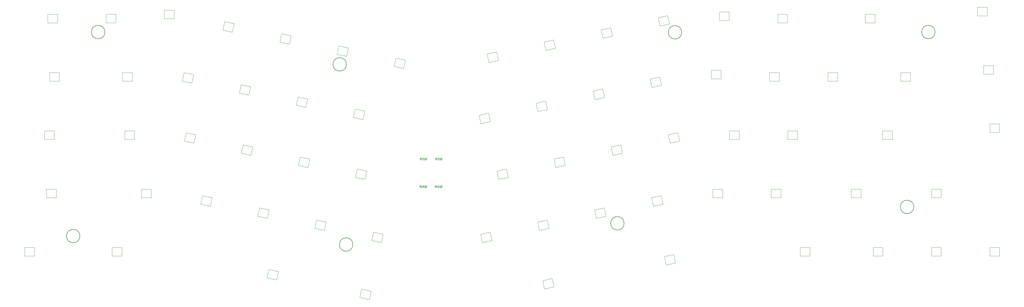
<source format=gbr>
%TF.GenerationSoftware,KiCad,Pcbnew,(6.0.9)*%
%TF.CreationDate,2023-01-04T06:44:43+09:00*%
%TF.ProjectId,Skeleton68rev2,536b656c-6574-46f6-9e36-38726576322e,rev?*%
%TF.SameCoordinates,Original*%
%TF.FileFunction,Other,Comment*%
%FSLAX46Y46*%
G04 Gerber Fmt 4.6, Leading zero omitted, Abs format (unit mm)*
G04 Created by KiCad (PCBNEW (6.0.9)) date 2023-01-04 06:44:43*
%MOMM*%
%LPD*%
G01*
G04 APERTURE LIST*
%ADD10C,0.030000*%
%ADD11C,0.150000*%
%ADD12C,0.120000*%
G04 APERTURE END LIST*
D10*
%TO.C,TS1*%
X165819047Y-86900476D02*
X165819047Y-86700476D01*
X165933333Y-86900476D01*
X165933333Y-86700476D01*
X166057142Y-86900476D02*
X166038095Y-86890952D01*
X166028571Y-86881428D01*
X166019047Y-86862380D01*
X166019047Y-86805238D01*
X166028571Y-86786190D01*
X166038095Y-86776666D01*
X166057142Y-86767142D01*
X166085714Y-86767142D01*
X166104761Y-86776666D01*
X166114285Y-86786190D01*
X166123809Y-86805238D01*
X166123809Y-86862380D01*
X166114285Y-86881428D01*
X166104761Y-86890952D01*
X166085714Y-86900476D01*
X166057142Y-86900476D01*
X166428571Y-86795714D02*
X166361904Y-86795714D01*
X166361904Y-86900476D02*
X166361904Y-86700476D01*
X166457142Y-86700476D01*
X166533333Y-86881428D02*
X166542857Y-86890952D01*
X166533333Y-86900476D01*
X166523809Y-86890952D01*
X166533333Y-86881428D01*
X166533333Y-86900476D01*
X166742857Y-86881428D02*
X166733333Y-86890952D01*
X166704761Y-86900476D01*
X166685714Y-86900476D01*
X166657142Y-86890952D01*
X166638095Y-86871904D01*
X166628571Y-86852857D01*
X166619047Y-86814761D01*
X166619047Y-86786190D01*
X166628571Y-86748095D01*
X166638095Y-86729047D01*
X166657142Y-86710000D01*
X166685714Y-86700476D01*
X166704761Y-86700476D01*
X166733333Y-86710000D01*
X166742857Y-86719523D01*
X166914285Y-86767142D02*
X166914285Y-86900476D01*
X166828571Y-86767142D02*
X166828571Y-86871904D01*
X166838095Y-86890952D01*
X166857142Y-86900476D01*
X166885714Y-86900476D01*
X166904761Y-86890952D01*
X166914285Y-86881428D01*
X167133333Y-86767142D02*
X167209523Y-86767142D01*
X167161904Y-86700476D02*
X167161904Y-86871904D01*
X167171428Y-86890952D01*
X167190476Y-86900476D01*
X167209523Y-86900476D01*
X167276190Y-86900476D02*
X167276190Y-86767142D01*
X167276190Y-86805238D02*
X167285714Y-86786190D01*
X167295238Y-86776666D01*
X167314285Y-86767142D01*
X167333333Y-86767142D01*
X167485714Y-86900476D02*
X167485714Y-86795714D01*
X167476190Y-86776666D01*
X167457142Y-86767142D01*
X167419047Y-86767142D01*
X167400000Y-86776666D01*
X167485714Y-86890952D02*
X167466666Y-86900476D01*
X167419047Y-86900476D01*
X167400000Y-86890952D01*
X167390476Y-86871904D01*
X167390476Y-86852857D01*
X167400000Y-86833809D01*
X167419047Y-86824285D01*
X167466666Y-86824285D01*
X167485714Y-86814761D01*
X167666666Y-86890952D02*
X167647619Y-86900476D01*
X167609523Y-86900476D01*
X167590476Y-86890952D01*
X167580952Y-86881428D01*
X167571428Y-86862380D01*
X167571428Y-86805238D01*
X167580952Y-86786190D01*
X167590476Y-86776666D01*
X167609523Y-86767142D01*
X167647619Y-86767142D01*
X167666666Y-86776666D01*
X167752380Y-86900476D02*
X167752380Y-86700476D01*
X167771428Y-86824285D02*
X167828571Y-86900476D01*
X167828571Y-86767142D02*
X167752380Y-86843333D01*
X167904761Y-86890952D02*
X167923809Y-86900476D01*
X167961904Y-86900476D01*
X167980952Y-86890952D01*
X167990476Y-86871904D01*
X167990476Y-86862380D01*
X167980952Y-86843333D01*
X167961904Y-86833809D01*
X167933333Y-86833809D01*
X167914285Y-86824285D01*
X167904761Y-86805238D01*
X167904761Y-86795714D01*
X167914285Y-86776666D01*
X167933333Y-86767142D01*
X167961904Y-86767142D01*
X167980952Y-86776666D01*
X160685714Y-86500476D02*
X160685714Y-86300476D01*
X160800000Y-86500476D02*
X160714285Y-86386190D01*
X160800000Y-86300476D02*
X160685714Y-86414761D01*
X160885714Y-86395714D02*
X160952380Y-86395714D01*
X160980952Y-86500476D02*
X160885714Y-86500476D01*
X160885714Y-86300476D01*
X160980952Y-86300476D01*
X161066666Y-86395714D02*
X161133333Y-86395714D01*
X161161904Y-86500476D02*
X161066666Y-86500476D01*
X161066666Y-86300476D01*
X161161904Y-86300476D01*
X161247619Y-86500476D02*
X161247619Y-86300476D01*
X161323809Y-86300476D01*
X161342857Y-86310000D01*
X161352380Y-86319523D01*
X161361904Y-86338571D01*
X161361904Y-86367142D01*
X161352380Y-86386190D01*
X161342857Y-86395714D01*
X161323809Y-86405238D01*
X161247619Y-86405238D01*
X161447619Y-86424285D02*
X161600000Y-86424285D01*
X161733333Y-86300476D02*
X161771428Y-86300476D01*
X161790476Y-86310000D01*
X161809523Y-86329047D01*
X161819047Y-86367142D01*
X161819047Y-86433809D01*
X161809523Y-86471904D01*
X161790476Y-86490952D01*
X161771428Y-86500476D01*
X161733333Y-86500476D01*
X161714285Y-86490952D01*
X161695238Y-86471904D01*
X161685714Y-86433809D01*
X161685714Y-86367142D01*
X161695238Y-86329047D01*
X161714285Y-86310000D01*
X161733333Y-86300476D01*
X161904761Y-86300476D02*
X161904761Y-86462380D01*
X161914285Y-86481428D01*
X161923809Y-86490952D01*
X161942857Y-86500476D01*
X161980952Y-86500476D01*
X162000000Y-86490952D01*
X162009523Y-86481428D01*
X162019047Y-86462380D01*
X162019047Y-86300476D01*
X162085714Y-86300476D02*
X162200000Y-86300476D01*
X162142857Y-86500476D02*
X162142857Y-86300476D01*
X162400000Y-86300476D02*
X162533333Y-86300476D01*
X162400000Y-86500476D01*
X162533333Y-86500476D01*
X162647619Y-86300476D02*
X162685714Y-86300476D01*
X162704761Y-86310000D01*
X162723809Y-86329047D01*
X162733333Y-86367142D01*
X162733333Y-86433809D01*
X162723809Y-86471904D01*
X162704761Y-86490952D01*
X162685714Y-86500476D01*
X162647619Y-86500476D01*
X162628571Y-86490952D01*
X162609523Y-86471904D01*
X162600000Y-86433809D01*
X162600000Y-86367142D01*
X162609523Y-86329047D01*
X162628571Y-86310000D01*
X162647619Y-86300476D01*
X162819047Y-86500476D02*
X162819047Y-86300476D01*
X162933333Y-86500476D01*
X162933333Y-86300476D01*
X163028571Y-86395714D02*
X163095238Y-86395714D01*
X163123809Y-86500476D02*
X163028571Y-86500476D01*
X163028571Y-86300476D01*
X163123809Y-86300476D01*
X165685714Y-86500476D02*
X165685714Y-86300476D01*
X165800000Y-86500476D02*
X165714285Y-86386190D01*
X165800000Y-86300476D02*
X165685714Y-86414761D01*
X165885714Y-86395714D02*
X165952380Y-86395714D01*
X165980952Y-86500476D02*
X165885714Y-86500476D01*
X165885714Y-86300476D01*
X165980952Y-86300476D01*
X166066666Y-86395714D02*
X166133333Y-86395714D01*
X166161904Y-86500476D02*
X166066666Y-86500476D01*
X166066666Y-86300476D01*
X166161904Y-86300476D01*
X166247619Y-86500476D02*
X166247619Y-86300476D01*
X166323809Y-86300476D01*
X166342857Y-86310000D01*
X166352380Y-86319523D01*
X166361904Y-86338571D01*
X166361904Y-86367142D01*
X166352380Y-86386190D01*
X166342857Y-86395714D01*
X166323809Y-86405238D01*
X166247619Y-86405238D01*
X166447619Y-86424285D02*
X166600000Y-86424285D01*
X166733333Y-86300476D02*
X166771428Y-86300476D01*
X166790476Y-86310000D01*
X166809523Y-86329047D01*
X166819047Y-86367142D01*
X166819047Y-86433809D01*
X166809523Y-86471904D01*
X166790476Y-86490952D01*
X166771428Y-86500476D01*
X166733333Y-86500476D01*
X166714285Y-86490952D01*
X166695238Y-86471904D01*
X166685714Y-86433809D01*
X166685714Y-86367142D01*
X166695238Y-86329047D01*
X166714285Y-86310000D01*
X166733333Y-86300476D01*
X166904761Y-86300476D02*
X166904761Y-86462380D01*
X166914285Y-86481428D01*
X166923809Y-86490952D01*
X166942857Y-86500476D01*
X166980952Y-86500476D01*
X167000000Y-86490952D01*
X167009523Y-86481428D01*
X167019047Y-86462380D01*
X167019047Y-86300476D01*
X167085714Y-86300476D02*
X167200000Y-86300476D01*
X167142857Y-86500476D02*
X167142857Y-86300476D01*
X167400000Y-86300476D02*
X167533333Y-86300476D01*
X167400000Y-86500476D01*
X167533333Y-86500476D01*
X167647619Y-86300476D02*
X167685714Y-86300476D01*
X167704761Y-86310000D01*
X167723809Y-86329047D01*
X167733333Y-86367142D01*
X167733333Y-86433809D01*
X167723809Y-86471904D01*
X167704761Y-86490952D01*
X167685714Y-86500476D01*
X167647619Y-86500476D01*
X167628571Y-86490952D01*
X167609523Y-86471904D01*
X167600000Y-86433809D01*
X167600000Y-86367142D01*
X167609523Y-86329047D01*
X167628571Y-86310000D01*
X167647619Y-86300476D01*
X167819047Y-86500476D02*
X167819047Y-86300476D01*
X167933333Y-86500476D01*
X167933333Y-86300476D01*
X168028571Y-86395714D02*
X168095238Y-86395714D01*
X168123809Y-86500476D02*
X168028571Y-86500476D01*
X168028571Y-86300476D01*
X168123809Y-86300476D01*
X160819047Y-86900476D02*
X160819047Y-86700476D01*
X160933333Y-86900476D01*
X160933333Y-86700476D01*
X161057142Y-86900476D02*
X161038095Y-86890952D01*
X161028571Y-86881428D01*
X161019047Y-86862380D01*
X161019047Y-86805238D01*
X161028571Y-86786190D01*
X161038095Y-86776666D01*
X161057142Y-86767142D01*
X161085714Y-86767142D01*
X161104761Y-86776666D01*
X161114285Y-86786190D01*
X161123809Y-86805238D01*
X161123809Y-86862380D01*
X161114285Y-86881428D01*
X161104761Y-86890952D01*
X161085714Y-86900476D01*
X161057142Y-86900476D01*
X161428571Y-86795714D02*
X161361904Y-86795714D01*
X161361904Y-86900476D02*
X161361904Y-86700476D01*
X161457142Y-86700476D01*
X161533333Y-86881428D02*
X161542857Y-86890952D01*
X161533333Y-86900476D01*
X161523809Y-86890952D01*
X161533333Y-86881428D01*
X161533333Y-86900476D01*
X161742857Y-86881428D02*
X161733333Y-86890952D01*
X161704761Y-86900476D01*
X161685714Y-86900476D01*
X161657142Y-86890952D01*
X161638095Y-86871904D01*
X161628571Y-86852857D01*
X161619047Y-86814761D01*
X161619047Y-86786190D01*
X161628571Y-86748095D01*
X161638095Y-86729047D01*
X161657142Y-86710000D01*
X161685714Y-86700476D01*
X161704761Y-86700476D01*
X161733333Y-86710000D01*
X161742857Y-86719523D01*
X161914285Y-86767142D02*
X161914285Y-86900476D01*
X161828571Y-86767142D02*
X161828571Y-86871904D01*
X161838095Y-86890952D01*
X161857142Y-86900476D01*
X161885714Y-86900476D01*
X161904761Y-86890952D01*
X161914285Y-86881428D01*
X162133333Y-86767142D02*
X162209523Y-86767142D01*
X162161904Y-86700476D02*
X162161904Y-86871904D01*
X162171428Y-86890952D01*
X162190476Y-86900476D01*
X162209523Y-86900476D01*
X162276190Y-86900476D02*
X162276190Y-86767142D01*
X162276190Y-86805238D02*
X162285714Y-86786190D01*
X162295238Y-86776666D01*
X162314285Y-86767142D01*
X162333333Y-86767142D01*
X162485714Y-86900476D02*
X162485714Y-86795714D01*
X162476190Y-86776666D01*
X162457142Y-86767142D01*
X162419047Y-86767142D01*
X162400000Y-86776666D01*
X162485714Y-86890952D02*
X162466666Y-86900476D01*
X162419047Y-86900476D01*
X162400000Y-86890952D01*
X162390476Y-86871904D01*
X162390476Y-86852857D01*
X162400000Y-86833809D01*
X162419047Y-86824285D01*
X162466666Y-86824285D01*
X162485714Y-86814761D01*
X162666666Y-86890952D02*
X162647619Y-86900476D01*
X162609523Y-86900476D01*
X162590476Y-86890952D01*
X162580952Y-86881428D01*
X162571428Y-86862380D01*
X162571428Y-86805238D01*
X162580952Y-86786190D01*
X162590476Y-86776666D01*
X162609523Y-86767142D01*
X162647619Y-86767142D01*
X162666666Y-86776666D01*
X162752380Y-86900476D02*
X162752380Y-86700476D01*
X162771428Y-86824285D02*
X162828571Y-86900476D01*
X162828571Y-86767142D02*
X162752380Y-86843333D01*
X162904761Y-86890952D02*
X162923809Y-86900476D01*
X162961904Y-86900476D01*
X162980952Y-86890952D01*
X162990476Y-86871904D01*
X162990476Y-86862380D01*
X162980952Y-86843333D01*
X162961904Y-86833809D01*
X162933333Y-86833809D01*
X162914285Y-86824285D01*
X162904761Y-86805238D01*
X162904761Y-86795714D01*
X162914285Y-86776666D01*
X162933333Y-86767142D01*
X162961904Y-86767142D01*
X162980952Y-86776666D01*
%TO.C,TS2*%
X160685714Y-95587976D02*
X160685714Y-95387976D01*
X160800000Y-95587976D02*
X160714285Y-95473690D01*
X160800000Y-95387976D02*
X160685714Y-95502261D01*
X160885714Y-95483214D02*
X160952380Y-95483214D01*
X160980952Y-95587976D02*
X160885714Y-95587976D01*
X160885714Y-95387976D01*
X160980952Y-95387976D01*
X161066666Y-95483214D02*
X161133333Y-95483214D01*
X161161904Y-95587976D02*
X161066666Y-95587976D01*
X161066666Y-95387976D01*
X161161904Y-95387976D01*
X161247619Y-95587976D02*
X161247619Y-95387976D01*
X161323809Y-95387976D01*
X161342857Y-95397500D01*
X161352380Y-95407023D01*
X161361904Y-95426071D01*
X161361904Y-95454642D01*
X161352380Y-95473690D01*
X161342857Y-95483214D01*
X161323809Y-95492738D01*
X161247619Y-95492738D01*
X161447619Y-95511785D02*
X161600000Y-95511785D01*
X161733333Y-95387976D02*
X161771428Y-95387976D01*
X161790476Y-95397500D01*
X161809523Y-95416547D01*
X161819047Y-95454642D01*
X161819047Y-95521309D01*
X161809523Y-95559404D01*
X161790476Y-95578452D01*
X161771428Y-95587976D01*
X161733333Y-95587976D01*
X161714285Y-95578452D01*
X161695238Y-95559404D01*
X161685714Y-95521309D01*
X161685714Y-95454642D01*
X161695238Y-95416547D01*
X161714285Y-95397500D01*
X161733333Y-95387976D01*
X161904761Y-95387976D02*
X161904761Y-95549880D01*
X161914285Y-95568928D01*
X161923809Y-95578452D01*
X161942857Y-95587976D01*
X161980952Y-95587976D01*
X162000000Y-95578452D01*
X162009523Y-95568928D01*
X162019047Y-95549880D01*
X162019047Y-95387976D01*
X162085714Y-95387976D02*
X162200000Y-95387976D01*
X162142857Y-95587976D02*
X162142857Y-95387976D01*
X162400000Y-95387976D02*
X162533333Y-95387976D01*
X162400000Y-95587976D01*
X162533333Y-95587976D01*
X162647619Y-95387976D02*
X162685714Y-95387976D01*
X162704761Y-95397500D01*
X162723809Y-95416547D01*
X162733333Y-95454642D01*
X162733333Y-95521309D01*
X162723809Y-95559404D01*
X162704761Y-95578452D01*
X162685714Y-95587976D01*
X162647619Y-95587976D01*
X162628571Y-95578452D01*
X162609523Y-95559404D01*
X162600000Y-95521309D01*
X162600000Y-95454642D01*
X162609523Y-95416547D01*
X162628571Y-95397500D01*
X162647619Y-95387976D01*
X162819047Y-95587976D02*
X162819047Y-95387976D01*
X162933333Y-95587976D01*
X162933333Y-95387976D01*
X163028571Y-95483214D02*
X163095238Y-95483214D01*
X163123809Y-95587976D02*
X163028571Y-95587976D01*
X163028571Y-95387976D01*
X163123809Y-95387976D01*
X160819047Y-95987976D02*
X160819047Y-95787976D01*
X160933333Y-95987976D01*
X160933333Y-95787976D01*
X161057142Y-95987976D02*
X161038095Y-95978452D01*
X161028571Y-95968928D01*
X161019047Y-95949880D01*
X161019047Y-95892738D01*
X161028571Y-95873690D01*
X161038095Y-95864166D01*
X161057142Y-95854642D01*
X161085714Y-95854642D01*
X161104761Y-95864166D01*
X161114285Y-95873690D01*
X161123809Y-95892738D01*
X161123809Y-95949880D01*
X161114285Y-95968928D01*
X161104761Y-95978452D01*
X161085714Y-95987976D01*
X161057142Y-95987976D01*
X161428571Y-95883214D02*
X161361904Y-95883214D01*
X161361904Y-95987976D02*
X161361904Y-95787976D01*
X161457142Y-95787976D01*
X161533333Y-95968928D02*
X161542857Y-95978452D01*
X161533333Y-95987976D01*
X161523809Y-95978452D01*
X161533333Y-95968928D01*
X161533333Y-95987976D01*
X161742857Y-95968928D02*
X161733333Y-95978452D01*
X161704761Y-95987976D01*
X161685714Y-95987976D01*
X161657142Y-95978452D01*
X161638095Y-95959404D01*
X161628571Y-95940357D01*
X161619047Y-95902261D01*
X161619047Y-95873690D01*
X161628571Y-95835595D01*
X161638095Y-95816547D01*
X161657142Y-95797500D01*
X161685714Y-95787976D01*
X161704761Y-95787976D01*
X161733333Y-95797500D01*
X161742857Y-95807023D01*
X161914285Y-95854642D02*
X161914285Y-95987976D01*
X161828571Y-95854642D02*
X161828571Y-95959404D01*
X161838095Y-95978452D01*
X161857142Y-95987976D01*
X161885714Y-95987976D01*
X161904761Y-95978452D01*
X161914285Y-95968928D01*
X162133333Y-95854642D02*
X162209523Y-95854642D01*
X162161904Y-95787976D02*
X162161904Y-95959404D01*
X162171428Y-95978452D01*
X162190476Y-95987976D01*
X162209523Y-95987976D01*
X162276190Y-95987976D02*
X162276190Y-95854642D01*
X162276190Y-95892738D02*
X162285714Y-95873690D01*
X162295238Y-95864166D01*
X162314285Y-95854642D01*
X162333333Y-95854642D01*
X162485714Y-95987976D02*
X162485714Y-95883214D01*
X162476190Y-95864166D01*
X162457142Y-95854642D01*
X162419047Y-95854642D01*
X162400000Y-95864166D01*
X162485714Y-95978452D02*
X162466666Y-95987976D01*
X162419047Y-95987976D01*
X162400000Y-95978452D01*
X162390476Y-95959404D01*
X162390476Y-95940357D01*
X162400000Y-95921309D01*
X162419047Y-95911785D01*
X162466666Y-95911785D01*
X162485714Y-95902261D01*
X162666666Y-95978452D02*
X162647619Y-95987976D01*
X162609523Y-95987976D01*
X162590476Y-95978452D01*
X162580952Y-95968928D01*
X162571428Y-95949880D01*
X162571428Y-95892738D01*
X162580952Y-95873690D01*
X162590476Y-95864166D01*
X162609523Y-95854642D01*
X162647619Y-95854642D01*
X162666666Y-95864166D01*
X162752380Y-95987976D02*
X162752380Y-95787976D01*
X162771428Y-95911785D02*
X162828571Y-95987976D01*
X162828571Y-95854642D02*
X162752380Y-95930833D01*
X162904761Y-95978452D02*
X162923809Y-95987976D01*
X162961904Y-95987976D01*
X162980952Y-95978452D01*
X162990476Y-95959404D01*
X162990476Y-95949880D01*
X162980952Y-95930833D01*
X162961904Y-95921309D01*
X162933333Y-95921309D01*
X162914285Y-95911785D01*
X162904761Y-95892738D01*
X162904761Y-95883214D01*
X162914285Y-95864166D01*
X162933333Y-95854642D01*
X162961904Y-95854642D01*
X162980952Y-95864166D01*
X165819047Y-95987976D02*
X165819047Y-95787976D01*
X165933333Y-95987976D01*
X165933333Y-95787976D01*
X166057142Y-95987976D02*
X166038095Y-95978452D01*
X166028571Y-95968928D01*
X166019047Y-95949880D01*
X166019047Y-95892738D01*
X166028571Y-95873690D01*
X166038095Y-95864166D01*
X166057142Y-95854642D01*
X166085714Y-95854642D01*
X166104761Y-95864166D01*
X166114285Y-95873690D01*
X166123809Y-95892738D01*
X166123809Y-95949880D01*
X166114285Y-95968928D01*
X166104761Y-95978452D01*
X166085714Y-95987976D01*
X166057142Y-95987976D01*
X166428571Y-95883214D02*
X166361904Y-95883214D01*
X166361904Y-95987976D02*
X166361904Y-95787976D01*
X166457142Y-95787976D01*
X166533333Y-95968928D02*
X166542857Y-95978452D01*
X166533333Y-95987976D01*
X166523809Y-95978452D01*
X166533333Y-95968928D01*
X166533333Y-95987976D01*
X166742857Y-95968928D02*
X166733333Y-95978452D01*
X166704761Y-95987976D01*
X166685714Y-95987976D01*
X166657142Y-95978452D01*
X166638095Y-95959404D01*
X166628571Y-95940357D01*
X166619047Y-95902261D01*
X166619047Y-95873690D01*
X166628571Y-95835595D01*
X166638095Y-95816547D01*
X166657142Y-95797500D01*
X166685714Y-95787976D01*
X166704761Y-95787976D01*
X166733333Y-95797500D01*
X166742857Y-95807023D01*
X166914285Y-95854642D02*
X166914285Y-95987976D01*
X166828571Y-95854642D02*
X166828571Y-95959404D01*
X166838095Y-95978452D01*
X166857142Y-95987976D01*
X166885714Y-95987976D01*
X166904761Y-95978452D01*
X166914285Y-95968928D01*
X167133333Y-95854642D02*
X167209523Y-95854642D01*
X167161904Y-95787976D02*
X167161904Y-95959404D01*
X167171428Y-95978452D01*
X167190476Y-95987976D01*
X167209523Y-95987976D01*
X167276190Y-95987976D02*
X167276190Y-95854642D01*
X167276190Y-95892738D02*
X167285714Y-95873690D01*
X167295238Y-95864166D01*
X167314285Y-95854642D01*
X167333333Y-95854642D01*
X167485714Y-95987976D02*
X167485714Y-95883214D01*
X167476190Y-95864166D01*
X167457142Y-95854642D01*
X167419047Y-95854642D01*
X167400000Y-95864166D01*
X167485714Y-95978452D02*
X167466666Y-95987976D01*
X167419047Y-95987976D01*
X167400000Y-95978452D01*
X167390476Y-95959404D01*
X167390476Y-95940357D01*
X167400000Y-95921309D01*
X167419047Y-95911785D01*
X167466666Y-95911785D01*
X167485714Y-95902261D01*
X167666666Y-95978452D02*
X167647619Y-95987976D01*
X167609523Y-95987976D01*
X167590476Y-95978452D01*
X167580952Y-95968928D01*
X167571428Y-95949880D01*
X167571428Y-95892738D01*
X167580952Y-95873690D01*
X167590476Y-95864166D01*
X167609523Y-95854642D01*
X167647619Y-95854642D01*
X167666666Y-95864166D01*
X167752380Y-95987976D02*
X167752380Y-95787976D01*
X167771428Y-95911785D02*
X167828571Y-95987976D01*
X167828571Y-95854642D02*
X167752380Y-95930833D01*
X167904761Y-95978452D02*
X167923809Y-95987976D01*
X167961904Y-95987976D01*
X167980952Y-95978452D01*
X167990476Y-95959404D01*
X167990476Y-95949880D01*
X167980952Y-95930833D01*
X167961904Y-95921309D01*
X167933333Y-95921309D01*
X167914285Y-95911785D01*
X167904761Y-95892738D01*
X167904761Y-95883214D01*
X167914285Y-95864166D01*
X167933333Y-95854642D01*
X167961904Y-95854642D01*
X167980952Y-95864166D01*
X165685714Y-95587976D02*
X165685714Y-95387976D01*
X165800000Y-95587976D02*
X165714285Y-95473690D01*
X165800000Y-95387976D02*
X165685714Y-95502261D01*
X165885714Y-95483214D02*
X165952380Y-95483214D01*
X165980952Y-95587976D02*
X165885714Y-95587976D01*
X165885714Y-95387976D01*
X165980952Y-95387976D01*
X166066666Y-95483214D02*
X166133333Y-95483214D01*
X166161904Y-95587976D02*
X166066666Y-95587976D01*
X166066666Y-95387976D01*
X166161904Y-95387976D01*
X166247619Y-95587976D02*
X166247619Y-95387976D01*
X166323809Y-95387976D01*
X166342857Y-95397500D01*
X166352380Y-95407023D01*
X166361904Y-95426071D01*
X166361904Y-95454642D01*
X166352380Y-95473690D01*
X166342857Y-95483214D01*
X166323809Y-95492738D01*
X166247619Y-95492738D01*
X166447619Y-95511785D02*
X166600000Y-95511785D01*
X166733333Y-95387976D02*
X166771428Y-95387976D01*
X166790476Y-95397500D01*
X166809523Y-95416547D01*
X166819047Y-95454642D01*
X166819047Y-95521309D01*
X166809523Y-95559404D01*
X166790476Y-95578452D01*
X166771428Y-95587976D01*
X166733333Y-95587976D01*
X166714285Y-95578452D01*
X166695238Y-95559404D01*
X166685714Y-95521309D01*
X166685714Y-95454642D01*
X166695238Y-95416547D01*
X166714285Y-95397500D01*
X166733333Y-95387976D01*
X166904761Y-95387976D02*
X166904761Y-95549880D01*
X166914285Y-95568928D01*
X166923809Y-95578452D01*
X166942857Y-95587976D01*
X166980952Y-95587976D01*
X167000000Y-95578452D01*
X167009523Y-95568928D01*
X167019047Y-95549880D01*
X167019047Y-95387976D01*
X167085714Y-95387976D02*
X167200000Y-95387976D01*
X167142857Y-95587976D02*
X167142857Y-95387976D01*
X167400000Y-95387976D02*
X167533333Y-95387976D01*
X167400000Y-95587976D01*
X167533333Y-95587976D01*
X167647619Y-95387976D02*
X167685714Y-95387976D01*
X167704761Y-95397500D01*
X167723809Y-95416547D01*
X167733333Y-95454642D01*
X167733333Y-95521309D01*
X167723809Y-95559404D01*
X167704761Y-95578452D01*
X167685714Y-95587976D01*
X167647619Y-95587976D01*
X167628571Y-95578452D01*
X167609523Y-95559404D01*
X167600000Y-95521309D01*
X167600000Y-95454642D01*
X167609523Y-95416547D01*
X167628571Y-95397500D01*
X167647619Y-95387976D01*
X167819047Y-95587976D02*
X167819047Y-95387976D01*
X167933333Y-95587976D01*
X167933333Y-95387976D01*
X168028571Y-95483214D02*
X168095238Y-95483214D01*
X168123809Y-95587976D02*
X168028571Y-95587976D01*
X168028571Y-95387976D01*
X168123809Y-95387976D01*
D11*
%TO.C,H6*%
X227515600Y-107635100D02*
G75*
G03*
X227515600Y-107635100I-2200000J0D01*
G01*
%TO.C,H4*%
X138889200Y-114566400D02*
G75*
G03*
X138889200Y-114566400I-2200000J0D01*
G01*
%TO.C,H1*%
X57884200Y-45127000D02*
G75*
G03*
X57884200Y-45127000I-2200000J0D01*
G01*
%TO.C,H7*%
X329100900Y-45127000D02*
G75*
G03*
X329100900Y-45127000I-2200000J0D01*
G01*
%TO.C,H3*%
X136796100Y-55694700D02*
G75*
G03*
X136796100Y-55694700I-2200000J0D01*
G01*
%TO.C,H5*%
X246326800Y-45209900D02*
G75*
G03*
X246326800Y-45209900I-2200000J0D01*
G01*
%TO.C,H8*%
X322158700Y-102277000D02*
G75*
G03*
X322158700Y-102277000I-2200000J0D01*
G01*
%TO.C,H2*%
X49737100Y-111802000D02*
G75*
G03*
X49737100Y-111802000I-2200000J0D01*
G01*
D12*
%TO.C,LED30*%
X200874687Y-126330152D02*
X201456840Y-129068965D01*
X201456840Y-129068965D02*
X204586913Y-128403648D01*
X204004760Y-125664835D02*
X200874687Y-126330152D01*
X204586913Y-128403648D02*
X204004760Y-125664835D01*
%TO.C,LED15*%
X64306900Y-80182000D02*
X67506900Y-80182000D01*
X67506900Y-80182000D02*
X67506900Y-77382000D01*
X67506900Y-77382000D02*
X64306900Y-77382000D01*
X64306900Y-77382000D02*
X64306900Y-80182000D01*
%TO.C,LED43*%
X180609487Y-111162152D02*
X181191640Y-113900965D01*
X181191640Y-113900965D02*
X184321713Y-113235648D01*
X184321713Y-113235648D02*
X183739560Y-110496835D01*
X183739560Y-110496835D02*
X180609487Y-111162152D01*
%TO.C,LED25*%
X38793400Y-96432000D02*
X38793400Y-99232000D01*
X41993400Y-96432000D02*
X38793400Y-96432000D01*
X41993400Y-99232000D02*
X41993400Y-96432000D01*
X38793400Y-99232000D02*
X41993400Y-99232000D01*
%TO.C,LED12*%
X63609200Y-61132000D02*
X66809200Y-61132000D01*
X66809200Y-61132000D02*
X66809200Y-58332000D01*
X63609200Y-58332000D02*
X63609200Y-61132000D01*
X66809200Y-58332000D02*
X63609200Y-58332000D01*
%TO.C,LED64*%
X242316013Y-42481748D02*
X241733860Y-39742935D01*
X241733860Y-39742935D02*
X238603787Y-40408252D01*
X238603787Y-40408252D02*
X239185940Y-43147065D01*
X239185940Y-43147065D02*
X242316013Y-42481748D01*
%TO.C,LED7*%
X156010013Y-54270752D02*
X152879940Y-53605435D01*
X152297787Y-56344248D02*
X155427860Y-57009565D01*
X152879940Y-53605435D02*
X152297787Y-56344248D01*
X155427860Y-57009565D02*
X156010013Y-54270752D01*
%TO.C,LED9*%
X120968740Y-66298135D02*
X120386587Y-69036948D01*
X124098813Y-66963452D02*
X120968740Y-66298135D01*
X120386587Y-69036948D02*
X123516660Y-69702265D01*
X123516660Y-69702265D02*
X124098813Y-66963452D01*
%TO.C,LED36*%
X331083700Y-96432000D02*
X327883700Y-96432000D01*
X331083700Y-99232000D02*
X331083700Y-96432000D01*
X327883700Y-96432000D02*
X327883700Y-99232000D01*
X327883700Y-99232000D02*
X331083700Y-99232000D01*
%TO.C,LED40*%
X236510587Y-99279952D02*
X237092740Y-102018765D01*
X237092740Y-102018765D02*
X240222813Y-101353448D01*
X239640660Y-98614635D02*
X236510587Y-99279952D01*
X240222813Y-101353448D02*
X239640660Y-98614635D01*
%TO.C,LED37*%
X304890000Y-96432000D02*
X301690000Y-96432000D01*
X301690000Y-99232000D02*
X304890000Y-99232000D01*
X301690000Y-96432000D02*
X301690000Y-99232000D01*
X304890000Y-99232000D02*
X304890000Y-96432000D01*
%TO.C,LED13*%
X39796700Y-61132000D02*
X42996700Y-61132000D01*
X39796700Y-58332000D02*
X39796700Y-61132000D01*
X42996700Y-61132000D02*
X42996700Y-58332000D01*
X42996700Y-58332000D02*
X39796700Y-58332000D01*
%TO.C,LED58*%
X220486760Y-63734735D02*
X217356687Y-64400052D01*
X217938840Y-67138865D02*
X221068913Y-66473548D01*
X221068913Y-66473548D02*
X220486760Y-63734735D01*
X217356687Y-64400052D02*
X217938840Y-67138865D01*
%TO.C,LED34*%
X327883700Y-115482000D02*
X327883700Y-118282000D01*
X331083700Y-115482000D02*
X327883700Y-115482000D01*
X327883700Y-118282000D02*
X331083700Y-118282000D01*
X331083700Y-118282000D02*
X331083700Y-115482000D01*
%TO.C,LED24*%
X72949600Y-96432000D02*
X69749600Y-96432000D01*
X69749600Y-99232000D02*
X72949600Y-99232000D01*
X69749600Y-96432000D02*
X69749600Y-99232000D01*
X72949600Y-99232000D02*
X72949600Y-96432000D01*
%TO.C,LED31*%
X243725360Y-117831335D02*
X240595287Y-118496652D01*
X244307513Y-120570148D02*
X243725360Y-117831335D01*
X241177440Y-121235465D02*
X244307513Y-120570148D01*
X240595287Y-118496652D02*
X241177440Y-121235465D01*
%TO.C,LED53*%
X321038400Y-61132000D02*
X321038400Y-58332000D01*
X317838400Y-58332000D02*
X317838400Y-61132000D01*
X317838400Y-61132000D02*
X321038400Y-61132000D01*
X321038400Y-58332000D02*
X317838400Y-58332000D01*
%TO.C,LED42*%
X199243187Y-107201352D02*
X199825340Y-109940165D01*
X199825340Y-109940165D02*
X202955413Y-109274848D01*
X202955413Y-109274848D02*
X202373260Y-106536035D01*
X202373260Y-106536035D02*
X199243187Y-107201352D01*
%TO.C,LED65*%
X258625900Y-38541400D02*
X258625900Y-41341400D01*
X258625900Y-41341400D02*
X261825900Y-41341400D01*
X261825900Y-41341400D02*
X261825900Y-38541400D01*
X261825900Y-38541400D02*
X258625900Y-38541400D01*
%TO.C,LED49*%
X284138900Y-77382000D02*
X280938900Y-77382000D01*
X284138900Y-80182000D02*
X284138900Y-77382000D01*
X280938900Y-77382000D02*
X280938900Y-80182000D01*
X280938900Y-80182000D02*
X284138900Y-80182000D01*
%TO.C,LED18*%
X121666440Y-85922035D02*
X121084287Y-88660848D01*
X124214360Y-89326165D02*
X124796513Y-86587352D01*
X121084287Y-88660848D02*
X124214360Y-89326165D01*
X124796513Y-86587352D02*
X121666440Y-85922035D01*
%TO.C,LED2*%
X58257700Y-39282000D02*
X58257700Y-42082000D01*
X58257700Y-42082000D02*
X61457700Y-42082000D01*
X61457700Y-39282000D02*
X58257700Y-39282000D01*
X61457700Y-42082000D02*
X61457700Y-39282000D01*
%TO.C,LED1*%
X39207700Y-39282000D02*
X39207700Y-42082000D01*
X39207700Y-42082000D02*
X42407700Y-42082000D01*
X42407700Y-42082000D02*
X42407700Y-39282000D01*
X42407700Y-39282000D02*
X39207700Y-39282000D01*
%TO.C,LED66*%
X280875900Y-42082000D02*
X280875900Y-39282000D01*
X277675900Y-39282000D02*
X277675900Y-42082000D01*
X277675900Y-42082000D02*
X280875900Y-42082000D01*
X280875900Y-39282000D02*
X277675900Y-39282000D01*
%TO.C,LED63*%
X223682313Y-46442448D02*
X223100160Y-43703635D01*
X223100160Y-43703635D02*
X219970087Y-44368952D01*
X220552240Y-47107765D02*
X223682313Y-46442448D01*
X219970087Y-44368952D02*
X220552240Y-47107765D01*
%TO.C,LED56*%
X259125900Y-57591400D02*
X255925900Y-57591400D01*
X255925900Y-57591400D02*
X255925900Y-60391400D01*
X255925900Y-60391400D02*
X259125900Y-60391400D01*
X259125900Y-60391400D02*
X259125900Y-57591400D01*
%TO.C,LED39*%
X259646200Y-99232000D02*
X259646200Y-96432000D01*
X259646200Y-96432000D02*
X256446200Y-96432000D01*
X256446200Y-96432000D02*
X256446200Y-99232000D01*
X256446200Y-99232000D02*
X259646200Y-99232000D01*
%TO.C,LED11*%
X83701240Y-58376635D02*
X83119087Y-61115448D01*
X86249160Y-61780765D02*
X86831313Y-59041952D01*
X83119087Y-61115448D02*
X86249160Y-61780765D01*
X86831313Y-59041952D02*
X83701240Y-58376635D01*
%TO.C,LED28*%
X110833587Y-125433148D02*
X113963660Y-126098465D01*
X114545813Y-123359652D02*
X111415740Y-122694335D01*
X113963660Y-126098465D02*
X114545813Y-123359652D01*
X111415740Y-122694335D02*
X110833587Y-125433148D01*
%TO.C,LED26*%
X31649600Y-118282000D02*
X34849600Y-118282000D01*
X34849600Y-115482000D02*
X31649600Y-115482000D01*
X31649600Y-115482000D02*
X31649600Y-118282000D01*
X34849600Y-118282000D02*
X34849600Y-115482000D01*
%TO.C,LED52*%
X348125000Y-56105000D02*
X344925000Y-56105000D01*
X344925000Y-58905000D02*
X348125000Y-58905000D01*
X344925000Y-56105000D02*
X344925000Y-58905000D01*
X348125000Y-58905000D02*
X348125000Y-56105000D01*
%TO.C,LED51*%
X346925000Y-75155000D02*
X346925000Y-77955000D01*
X346925000Y-77955000D02*
X350125000Y-77955000D01*
X350125000Y-77955000D02*
X350125000Y-75155000D01*
X350125000Y-75155000D02*
X346925000Y-75155000D01*
%TO.C,LED5*%
X118160460Y-49088165D02*
X118742613Y-46349352D01*
X115612540Y-45684035D02*
X115030387Y-48422848D01*
X115030387Y-48422848D02*
X118160460Y-49088165D01*
X118742613Y-46349352D02*
X115612540Y-45684035D01*
%TO.C,LED46*%
X223233087Y-82626652D02*
X223815240Y-85365465D01*
X226945313Y-84700148D02*
X226363160Y-81961335D01*
X226363160Y-81961335D02*
X223233087Y-82626652D01*
X223815240Y-85365465D02*
X226945313Y-84700148D01*
%TO.C,LED3*%
X80507700Y-40767500D02*
X80507700Y-37967500D01*
X77307700Y-40767500D02*
X80507700Y-40767500D01*
X77307700Y-37967500D02*
X77307700Y-40767500D01*
X80507700Y-37967500D02*
X77307700Y-37967500D01*
%TO.C,LED44*%
X185965587Y-90548052D02*
X186547740Y-93286865D01*
X186547740Y-93286865D02*
X189677813Y-92621548D01*
X189095660Y-89882735D02*
X185965587Y-90548052D01*
X189677813Y-92621548D02*
X189095660Y-89882735D01*
%TO.C,LED19*%
X140300140Y-89882735D02*
X139717987Y-92621548D01*
X142848060Y-93286865D02*
X143430213Y-90548052D01*
X143430213Y-90548052D02*
X140300140Y-89882735D01*
X139717987Y-92621548D02*
X142848060Y-93286865D01*
%TO.C,LED67*%
X306250900Y-39282000D02*
X306250900Y-42082000D01*
X309450900Y-42082000D02*
X309450900Y-39282000D01*
X309450900Y-39282000D02*
X306250900Y-39282000D01*
X306250900Y-42082000D02*
X309450900Y-42082000D01*
%TO.C,LED41*%
X221006960Y-102575335D02*
X217876887Y-103240652D01*
X221589113Y-105314148D02*
X221006960Y-102575335D01*
X217876887Y-103240652D02*
X218459040Y-105979465D01*
X218459040Y-105979465D02*
X221589113Y-105314148D01*
%TO.C,LED27*%
X60224600Y-118282000D02*
X63424600Y-118282000D01*
X63424600Y-118282000D02*
X63424600Y-115482000D01*
X63424600Y-115482000D02*
X60224600Y-115482000D01*
X60224600Y-115482000D02*
X60224600Y-118282000D01*
%TO.C,LED50*%
X315095100Y-80182000D02*
X315095100Y-77382000D01*
X311895100Y-77382000D02*
X311895100Y-80182000D01*
X315095100Y-77382000D02*
X311895100Y-77382000D01*
X311895100Y-80182000D02*
X315095100Y-80182000D01*
%TO.C,LED4*%
X96978840Y-41723335D02*
X96396687Y-44462148D01*
X100108913Y-42388652D02*
X96978840Y-41723335D01*
X99526760Y-45127465D02*
X100108913Y-42388652D01*
X96396687Y-44462148D02*
X99526760Y-45127465D01*
%TO.C,LED60*%
X183801413Y-74395048D02*
X183219260Y-71656235D01*
X180671340Y-75060365D02*
X183801413Y-74395048D01*
X183219260Y-71656235D02*
X180089187Y-72321552D01*
X180089187Y-72321552D02*
X180671340Y-75060365D01*
%TO.C,LED61*%
X185832660Y-51625135D02*
X182702587Y-52290452D01*
X182702587Y-52290452D02*
X183284740Y-55029265D01*
X183284740Y-55029265D02*
X186414813Y-54363948D01*
X186414813Y-54363948D02*
X185832660Y-51625135D01*
%TO.C,LED57*%
X235990387Y-60439352D02*
X236572540Y-63178165D01*
X239702613Y-62512848D02*
X239120460Y-59774035D01*
X236572540Y-63178165D02*
X239702613Y-62512848D01*
X239120460Y-59774035D02*
X235990387Y-60439352D01*
%TO.C,LED20*%
X145656240Y-110496835D02*
X145074087Y-113235648D01*
X145074087Y-113235648D02*
X148204160Y-113900965D01*
X148786313Y-111162152D02*
X145656240Y-110496835D01*
X148204160Y-113900965D02*
X148786313Y-111162152D01*
%TO.C,LED48*%
X265088900Y-80182000D02*
X265088900Y-77382000D01*
X265088900Y-77382000D02*
X261888900Y-77382000D01*
X261888900Y-80182000D02*
X265088900Y-80182000D01*
X261888900Y-77382000D02*
X261888900Y-80182000D01*
%TO.C,LED29*%
X141695540Y-129130535D02*
X141113387Y-131869348D01*
X144243460Y-132534665D02*
X144825613Y-129795852D01*
X144825613Y-129795852D02*
X141695540Y-129130535D01*
X141113387Y-131869348D02*
X144243460Y-132534665D01*
%TO.C,LED38*%
X275496200Y-96432000D02*
X275496200Y-99232000D01*
X278696200Y-96432000D02*
X275496200Y-96432000D01*
X278696200Y-99232000D02*
X278696200Y-96432000D01*
X275496200Y-99232000D02*
X278696200Y-99232000D01*
%TO.C,LED33*%
X308833700Y-115482000D02*
X308833700Y-118282000D01*
X312033700Y-115482000D02*
X308833700Y-115482000D01*
X308833700Y-118282000D02*
X312033700Y-118282000D01*
X312033700Y-118282000D02*
X312033700Y-115482000D01*
%TO.C,LED35*%
X346933700Y-115482000D02*
X346933700Y-118282000D01*
X350133700Y-115482000D02*
X346933700Y-115482000D01*
X346933700Y-118282000D02*
X350133700Y-118282000D01*
X350133700Y-118282000D02*
X350133700Y-115482000D01*
%TO.C,LED16*%
X83816787Y-80739348D02*
X86946860Y-81404665D01*
X87529013Y-78665852D02*
X84398940Y-78000535D01*
X84398940Y-78000535D02*
X83816787Y-80739348D01*
X86946860Y-81404665D02*
X87529013Y-78665852D01*
%TO.C,LED62*%
X201918440Y-51068565D02*
X205048513Y-50403248D01*
X204466360Y-47664435D02*
X201336287Y-48329752D01*
X205048513Y-50403248D02*
X204466360Y-47664435D01*
X201336287Y-48329752D02*
X201918440Y-51068565D01*
%TO.C,LED23*%
X89172987Y-101353448D02*
X92303060Y-102018765D01*
X92303060Y-102018765D02*
X92885213Y-99279952D01*
X89755140Y-98614635D02*
X89172987Y-101353448D01*
X92885213Y-99279952D02*
X89755140Y-98614635D01*
%TO.C,LED10*%
X105465013Y-63002752D02*
X102334940Y-62337435D01*
X101752787Y-65076248D02*
X104882860Y-65741565D01*
X104882860Y-65741565D02*
X105465013Y-63002752D01*
X102334940Y-62337435D02*
X101752787Y-65076248D01*
%TO.C,LED17*%
X105580660Y-85365465D02*
X106162813Y-82626652D01*
X106162813Y-82626652D02*
X103032740Y-81961335D01*
X102450587Y-84700148D02*
X105580660Y-85365465D01*
X103032740Y-81961335D02*
X102450587Y-84700148D01*
%TO.C,LED54*%
X297225900Y-58332000D02*
X294025900Y-58332000D01*
X294025900Y-58332000D02*
X294025900Y-61132000D01*
X294025900Y-61132000D02*
X297225900Y-61132000D01*
X297225900Y-61132000D02*
X297225900Y-58332000D01*
%TO.C,LED68*%
X342925000Y-37055000D02*
X342925000Y-39855000D01*
X346125000Y-39855000D02*
X346125000Y-37055000D01*
X346125000Y-37055000D02*
X342925000Y-37055000D01*
X342925000Y-39855000D02*
X346125000Y-39855000D01*
%TO.C,LED22*%
X110936760Y-105979465D02*
X111518913Y-103240652D01*
X111518913Y-103240652D02*
X108388840Y-102575335D01*
X108388840Y-102575335D02*
X107806687Y-105314148D01*
X107806687Y-105314148D02*
X110936760Y-105979465D01*
%TO.C,LED6*%
X134246240Y-49644735D02*
X133664087Y-52383548D01*
X136794160Y-53048865D02*
X137376313Y-50310052D01*
X133664087Y-52383548D02*
X136794160Y-53048865D01*
X137376313Y-50310052D02*
X134246240Y-49644735D01*
%TO.C,LED32*%
X285021200Y-118282000D02*
X288221200Y-118282000D01*
X285021200Y-115482000D02*
X285021200Y-118282000D01*
X288221200Y-115482000D02*
X285021200Y-115482000D01*
X288221200Y-118282000D02*
X288221200Y-115482000D01*
%TO.C,LED55*%
X274975900Y-58332000D02*
X274975900Y-61132000D01*
X278175900Y-58332000D02*
X274975900Y-58332000D01*
X274975900Y-61132000D02*
X278175900Y-61132000D01*
X278175900Y-61132000D02*
X278175900Y-58332000D01*
%TO.C,LED8*%
X142732513Y-70924152D02*
X139602440Y-70258835D01*
X142150360Y-73662965D02*
X142732513Y-70924152D01*
X139602440Y-70258835D02*
X139020287Y-72997648D01*
X139020287Y-72997648D02*
X142150360Y-73662965D01*
%TO.C,LED45*%
X205181440Y-89326165D02*
X208311513Y-88660848D01*
X204599287Y-86587352D02*
X205181440Y-89326165D01*
X207729360Y-85922035D02*
X204599287Y-86587352D01*
X208311513Y-88660848D02*
X207729360Y-85922035D01*
%TO.C,LED14*%
X38113200Y-80182000D02*
X41313200Y-80182000D01*
X41313200Y-80182000D02*
X41313200Y-77382000D01*
X41313200Y-77382000D02*
X38113200Y-77382000D01*
X38113200Y-77382000D02*
X38113200Y-80182000D01*
%TO.C,LED21*%
X126440387Y-109274848D02*
X129570460Y-109940165D01*
X130152613Y-107201352D02*
X127022540Y-106536035D01*
X129570460Y-109940165D02*
X130152613Y-107201352D01*
X127022540Y-106536035D02*
X126440387Y-109274848D01*
%TO.C,LED59*%
X198722887Y-68360752D02*
X199305040Y-71099565D01*
X202435113Y-70434248D02*
X201852960Y-67695435D01*
X199305040Y-71099565D02*
X202435113Y-70434248D01*
X201852960Y-67695435D02*
X198722887Y-68360752D01*
%TO.C,LED47*%
X242448940Y-81404665D02*
X245579013Y-80739348D01*
X245579013Y-80739348D02*
X244996860Y-78000535D01*
X241866787Y-78665852D02*
X242448940Y-81404665D01*
X244996860Y-78000535D02*
X241866787Y-78665852D01*
%TD*%
M02*

</source>
